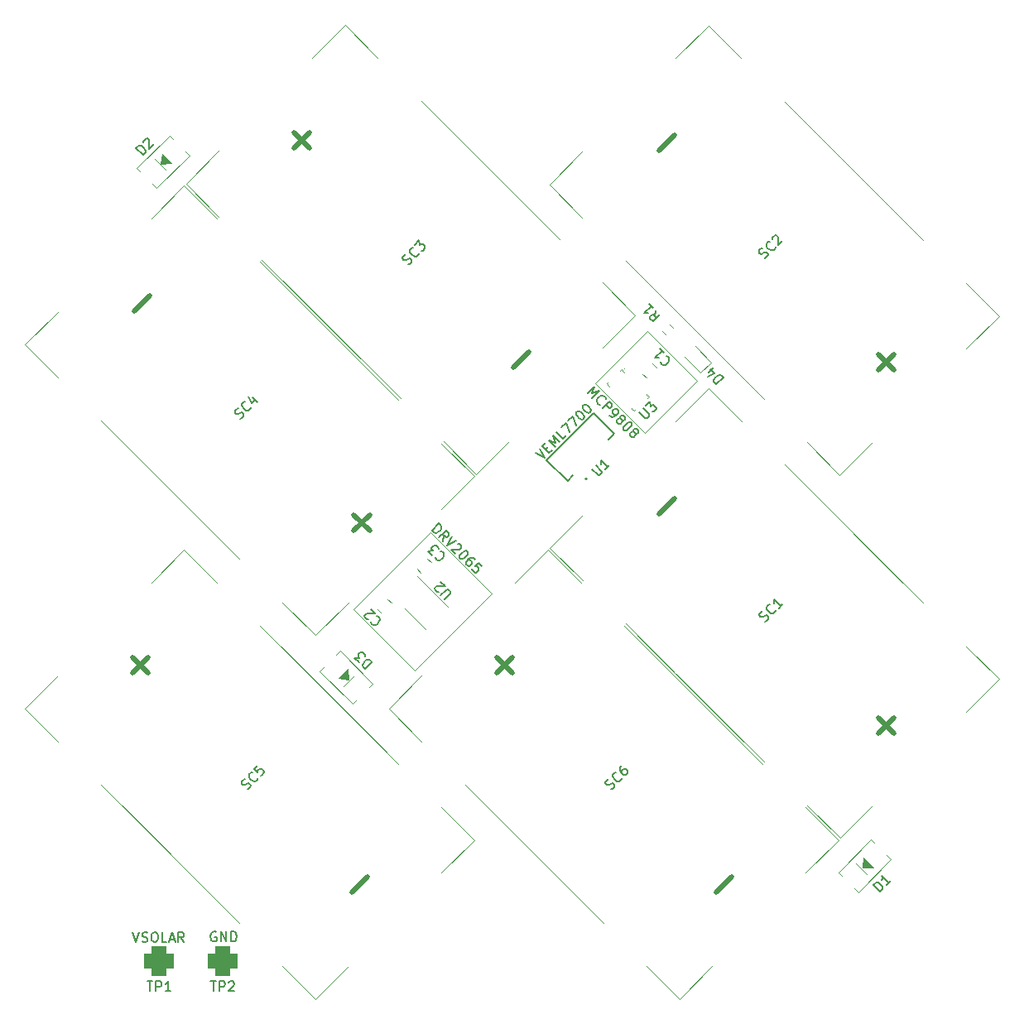
<source format=gbr>
%TF.GenerationSoftware,KiCad,Pcbnew,(6.0.9)*%
%TF.CreationDate,2023-03-28T01:31:43-07:00*%
%TF.ProjectId,solar-panel-side-Z,736f6c61-722d-4706-916e-656c2d736964,3.1*%
%TF.SameCoordinates,Original*%
%TF.FileFunction,Legend,Top*%
%TF.FilePolarity,Positive*%
%FSLAX46Y46*%
G04 Gerber Fmt 4.6, Leading zero omitted, Abs format (unit mm)*
G04 Created by KiCad (PCBNEW (6.0.9)) date 2023-03-28 01:31:43*
%MOMM*%
%LPD*%
G01*
G04 APERTURE LIST*
G04 Aperture macros list*
%AMRoundRect*
0 Rectangle with rounded corners*
0 $1 Rounding radius*
0 $2 $3 $4 $5 $6 $7 $8 $9 X,Y pos of 4 corners*
0 Add a 4 corners polygon primitive as box body*
4,1,4,$2,$3,$4,$5,$6,$7,$8,$9,$2,$3,0*
0 Add four circle primitives for the rounded corners*
1,1,$1+$1,$2,$3*
1,1,$1+$1,$4,$5*
1,1,$1+$1,$6,$7*
1,1,$1+$1,$8,$9*
0 Add four rect primitives between the rounded corners*
20,1,$1+$1,$2,$3,$4,$5,0*
20,1,$1+$1,$4,$5,$6,$7,0*
20,1,$1+$1,$6,$7,$8,$9,0*
20,1,$1+$1,$8,$9,$2,$3,0*%
%AMRotRect*
0 Rectangle, with rotation*
0 The origin of the aperture is its center*
0 $1 length*
0 $2 width*
0 $3 Rotation angle, in degrees counterclockwise*
0 Add horizontal line*
21,1,$1,$2,0,0,$3*%
G04 Aperture macros list end*
%ADD10C,0.120000*%
%ADD11C,0.150000*%
%ADD12C,0.500000*%
%ADD13C,0.100000*%
%ADD14C,0.127000*%
%ADD15C,0.200000*%
%ADD16C,5.250000*%
%ADD17RotRect,2.500000X1.700000X45.000000*%
%ADD18RoundRect,0.750000X0.750000X-0.750000X0.750000X0.750000X-0.750000X0.750000X-0.750000X-0.750000X0*%
%ADD19RoundRect,0.218750X0.335876X0.026517X0.026517X0.335876X-0.335876X-0.026517X-0.026517X-0.335876X0*%
%ADD20RoundRect,0.250000X0.512652X0.159099X0.159099X0.512652X-0.512652X-0.159099X-0.159099X-0.512652X0*%
%ADD21RotRect,0.300000X0.750000X225.000000*%
%ADD22RotRect,0.300000X0.750000X45.000000*%
%ADD23RotRect,1.450000X1.750000X225.000000*%
%ADD24RotRect,13.000000X3.000000X45.000000*%
%ADD25RoundRect,0.200000X-0.335876X-0.053033X-0.053033X-0.335876X0.335876X0.053033X0.053033X0.335876X0*%
%ADD26RoundRect,0.075000X-0.512652X0.406586X0.406586X-0.512652X0.512652X-0.406586X-0.406586X0.512652X0*%
%ADD27RotRect,2.500000X1.700000X135.000000*%
%ADD28RotRect,1.600000X0.700000X135.000000*%
%ADD29RotRect,13.000000X3.000000X225.000000*%
%ADD30C,1.800000*%
%ADD31RotRect,3.000000X3.000000X45.000000*%
%ADD32C,3.000000*%
G04 APERTURE END LIST*
D10*
X168422537Y-71580815D02*
X163126307Y-76877045D01*
X158028067Y-71778805D01*
X163324297Y-66482575D01*
X168422537Y-71580815D01*
X147417170Y-93332830D02*
X139540000Y-101210000D01*
X133271481Y-94941481D01*
X141148650Y-87064311D01*
X147417170Y-93332830D01*
D11*
X119248095Y-127950000D02*
X119152857Y-127902380D01*
X119010000Y-127902380D01*
X118867142Y-127950000D01*
X118771904Y-128045238D01*
X118724285Y-128140476D01*
X118676666Y-128330952D01*
X118676666Y-128473809D01*
X118724285Y-128664285D01*
X118771904Y-128759523D01*
X118867142Y-128854761D01*
X119010000Y-128902380D01*
X119105238Y-128902380D01*
X119248095Y-128854761D01*
X119295714Y-128807142D01*
X119295714Y-128473809D01*
X119105238Y-128473809D01*
X119724285Y-128902380D02*
X119724285Y-127902380D01*
X120295714Y-128902380D01*
X120295714Y-127902380D01*
X120771904Y-128902380D02*
X120771904Y-127902380D01*
X121010000Y-127902380D01*
X121152857Y-127950000D01*
X121248095Y-128045238D01*
X121295714Y-128140476D01*
X121343333Y-128330952D01*
X121343333Y-128473809D01*
X121295714Y-128664285D01*
X121248095Y-128759523D01*
X121152857Y-128854761D01*
X121010000Y-128902380D01*
X120771904Y-128902380D01*
X151890049Y-78965499D02*
X152832859Y-79436904D01*
X152361454Y-78494095D01*
X152933874Y-78595110D02*
X153169576Y-78359408D01*
X153640981Y-78628782D02*
X153304263Y-78965499D01*
X152597156Y-78258392D01*
X152933874Y-77921675D01*
X153944026Y-78325736D02*
X153236920Y-77618629D01*
X153977698Y-77888003D01*
X153708324Y-77147225D01*
X154415431Y-77854331D01*
X155088866Y-77180896D02*
X154752148Y-77517614D01*
X154045042Y-76810507D01*
X154550118Y-76305431D02*
X155021522Y-75834026D01*
X155425583Y-76844179D01*
X155223553Y-75631996D02*
X155694957Y-75160591D01*
X156099018Y-76170744D01*
X156099018Y-74756530D02*
X156166362Y-74689187D01*
X156267377Y-74655515D01*
X156334721Y-74655515D01*
X156435736Y-74689187D01*
X156604095Y-74790202D01*
X156772453Y-74958561D01*
X156873469Y-75126920D01*
X156907140Y-75227935D01*
X156907140Y-75295278D01*
X156873469Y-75396294D01*
X156806125Y-75463637D01*
X156705110Y-75497309D01*
X156637766Y-75497309D01*
X156536751Y-75463637D01*
X156368392Y-75362622D01*
X156200034Y-75194263D01*
X156099018Y-75025904D01*
X156065347Y-74924889D01*
X156065347Y-74857546D01*
X156099018Y-74756530D01*
X156772453Y-74083095D02*
X156839797Y-74015752D01*
X156940812Y-73982080D01*
X157008156Y-73982080D01*
X157109171Y-74015752D01*
X157277530Y-74116767D01*
X157445888Y-74285126D01*
X157546904Y-74453485D01*
X157580575Y-74554500D01*
X157580575Y-74621843D01*
X157546904Y-74722859D01*
X157479560Y-74790202D01*
X157378545Y-74823874D01*
X157311201Y-74823874D01*
X157210186Y-74790202D01*
X157041827Y-74689187D01*
X156873469Y-74520828D01*
X156772453Y-74352469D01*
X156738782Y-74251454D01*
X156738782Y-74184111D01*
X156772453Y-74083095D01*
X157230439Y-72830202D02*
X157937546Y-72123095D01*
X157668172Y-72863874D01*
X158408950Y-72594500D01*
X157701843Y-73301607D01*
X158509965Y-73975042D02*
X158442622Y-73975042D01*
X158307935Y-73907698D01*
X158240591Y-73840355D01*
X158173248Y-73705668D01*
X158173248Y-73570981D01*
X158206920Y-73469965D01*
X158307935Y-73301607D01*
X158408950Y-73200591D01*
X158577309Y-73099576D01*
X158678324Y-73065904D01*
X158813011Y-73065904D01*
X158947698Y-73133248D01*
X159015042Y-73200591D01*
X159082385Y-73335278D01*
X159082385Y-73402622D01*
X158745668Y-74345431D02*
X159452774Y-73638324D01*
X159722148Y-73907698D01*
X159755820Y-74008713D01*
X159755820Y-74076057D01*
X159722148Y-74177072D01*
X159621133Y-74278087D01*
X159520118Y-74311759D01*
X159452774Y-74311759D01*
X159351759Y-74278087D01*
X159082385Y-74008713D01*
X159486446Y-75086209D02*
X159621133Y-75220896D01*
X159722148Y-75254568D01*
X159789492Y-75254568D01*
X159957851Y-75220896D01*
X160126209Y-75119881D01*
X160395583Y-74850507D01*
X160429255Y-74749492D01*
X160429255Y-74682148D01*
X160395583Y-74581133D01*
X160260896Y-74446446D01*
X160159881Y-74412774D01*
X160092538Y-74412774D01*
X159991522Y-74446446D01*
X159823164Y-74614805D01*
X159789492Y-74715820D01*
X159789492Y-74783164D01*
X159823164Y-74884179D01*
X159957851Y-75018866D01*
X160058866Y-75052538D01*
X160126209Y-75052538D01*
X160227225Y-75018866D01*
X160631286Y-75422927D02*
X160597614Y-75321912D01*
X160597614Y-75254568D01*
X160631286Y-75153553D01*
X160664957Y-75119881D01*
X160765973Y-75086209D01*
X160833316Y-75086209D01*
X160934331Y-75119881D01*
X161069018Y-75254568D01*
X161102690Y-75355583D01*
X161102690Y-75422927D01*
X161069018Y-75523942D01*
X161035347Y-75557614D01*
X160934331Y-75591286D01*
X160866988Y-75591286D01*
X160765973Y-75557614D01*
X160631286Y-75422927D01*
X160530270Y-75389255D01*
X160462927Y-75389255D01*
X160361912Y-75422927D01*
X160227225Y-75557614D01*
X160193553Y-75658629D01*
X160193553Y-75725973D01*
X160227225Y-75826988D01*
X160361912Y-75961675D01*
X160462927Y-75995347D01*
X160530270Y-75995347D01*
X160631286Y-75961675D01*
X160765973Y-75826988D01*
X160799644Y-75725973D01*
X160799644Y-75658629D01*
X160765973Y-75557614D01*
X161641438Y-75826988D02*
X161708782Y-75894331D01*
X161742453Y-75995347D01*
X161742453Y-76062690D01*
X161708782Y-76163705D01*
X161607766Y-76332064D01*
X161439408Y-76500423D01*
X161271049Y-76601438D01*
X161170034Y-76635110D01*
X161102690Y-76635110D01*
X161001675Y-76601438D01*
X160934331Y-76534095D01*
X160900660Y-76433079D01*
X160900660Y-76365736D01*
X160934331Y-76264721D01*
X161035347Y-76096362D01*
X161203705Y-75928003D01*
X161372064Y-75826988D01*
X161473079Y-75793316D01*
X161540423Y-75793316D01*
X161641438Y-75826988D01*
X161978156Y-76769797D02*
X161944484Y-76668782D01*
X161944484Y-76601438D01*
X161978156Y-76500423D01*
X162011827Y-76466751D01*
X162112843Y-76433079D01*
X162180186Y-76433079D01*
X162281201Y-76466751D01*
X162415888Y-76601438D01*
X162449560Y-76702453D01*
X162449560Y-76769797D01*
X162415888Y-76870812D01*
X162382217Y-76904484D01*
X162281201Y-76938156D01*
X162213858Y-76938156D01*
X162112843Y-76904484D01*
X161978156Y-76769797D01*
X161877140Y-76736125D01*
X161809797Y-76736125D01*
X161708782Y-76769797D01*
X161574095Y-76904484D01*
X161540423Y-77005499D01*
X161540423Y-77072843D01*
X161574095Y-77173858D01*
X161708782Y-77308545D01*
X161809797Y-77342217D01*
X161877140Y-77342217D01*
X161978156Y-77308545D01*
X162112843Y-77173858D01*
X162146514Y-77072843D01*
X162146514Y-77005499D01*
X162112843Y-76904484D01*
X141341454Y-86861217D02*
X142048561Y-86154111D01*
X142216920Y-86322469D01*
X142284263Y-86457156D01*
X142284263Y-86591843D01*
X142250591Y-86692859D01*
X142149576Y-86861217D01*
X142048561Y-86962233D01*
X141880202Y-87063248D01*
X141779187Y-87096920D01*
X141644500Y-87096920D01*
X141509813Y-87029576D01*
X141341454Y-86861217D01*
X142452622Y-87972385D02*
X142553637Y-87399965D01*
X142048561Y-87568324D02*
X142755668Y-86861217D01*
X143025042Y-87130591D01*
X143058713Y-87231607D01*
X143058713Y-87298950D01*
X143025042Y-87399965D01*
X142924026Y-87500981D01*
X142823011Y-87534652D01*
X142755668Y-87534652D01*
X142654652Y-87500981D01*
X142385278Y-87231607D01*
X143361759Y-87467309D02*
X142890355Y-88410118D01*
X143833164Y-87938713D01*
X143967851Y-88208087D02*
X144035194Y-88208087D01*
X144136209Y-88241759D01*
X144304568Y-88410118D01*
X144338240Y-88511133D01*
X144338240Y-88578477D01*
X144304568Y-88679492D01*
X144237225Y-88746835D01*
X144102538Y-88814179D01*
X143294416Y-88814179D01*
X143732148Y-89251912D01*
X144876988Y-88982538D02*
X144944331Y-89049881D01*
X144978003Y-89150896D01*
X144978003Y-89218240D01*
X144944331Y-89319255D01*
X144843316Y-89487614D01*
X144674957Y-89655973D01*
X144506599Y-89756988D01*
X144405583Y-89790660D01*
X144338240Y-89790660D01*
X144237225Y-89756988D01*
X144169881Y-89689644D01*
X144136209Y-89588629D01*
X144136209Y-89521286D01*
X144169881Y-89420270D01*
X144270896Y-89251912D01*
X144439255Y-89083553D01*
X144607614Y-88982538D01*
X144708629Y-88948866D01*
X144775973Y-88948866D01*
X144876988Y-88982538D01*
X145718782Y-89824331D02*
X145584095Y-89689644D01*
X145483079Y-89655973D01*
X145415736Y-89655973D01*
X145247377Y-89689644D01*
X145079018Y-89790660D01*
X144809644Y-90060034D01*
X144775973Y-90161049D01*
X144775973Y-90228392D01*
X144809644Y-90329408D01*
X144944331Y-90464095D01*
X145045347Y-90497766D01*
X145112690Y-90497766D01*
X145213705Y-90464095D01*
X145382064Y-90295736D01*
X145415736Y-90194721D01*
X145415736Y-90127377D01*
X145382064Y-90026362D01*
X145247377Y-89891675D01*
X145146362Y-89858003D01*
X145079018Y-89858003D01*
X144978003Y-89891675D01*
X146425888Y-90531438D02*
X146089171Y-90194721D01*
X145718782Y-90497766D01*
X145786125Y-90497766D01*
X145887140Y-90531438D01*
X146055499Y-90699797D01*
X146089171Y-90800812D01*
X146089171Y-90868156D01*
X146055499Y-90969171D01*
X145887140Y-91137530D01*
X145786125Y-91171201D01*
X145718782Y-91171201D01*
X145617766Y-91137530D01*
X145449408Y-90969171D01*
X145415736Y-90868156D01*
X145415736Y-90800812D01*
X110723333Y-127952380D02*
X111056666Y-128952380D01*
X111390000Y-127952380D01*
X111675714Y-128904761D02*
X111818571Y-128952380D01*
X112056666Y-128952380D01*
X112151904Y-128904761D01*
X112199523Y-128857142D01*
X112247142Y-128761904D01*
X112247142Y-128666666D01*
X112199523Y-128571428D01*
X112151904Y-128523809D01*
X112056666Y-128476190D01*
X111866190Y-128428571D01*
X111770952Y-128380952D01*
X111723333Y-128333333D01*
X111675714Y-128238095D01*
X111675714Y-128142857D01*
X111723333Y-128047619D01*
X111770952Y-128000000D01*
X111866190Y-127952380D01*
X112104285Y-127952380D01*
X112247142Y-128000000D01*
X112866190Y-127952380D02*
X113056666Y-127952380D01*
X113151904Y-128000000D01*
X113247142Y-128095238D01*
X113294761Y-128285714D01*
X113294761Y-128619047D01*
X113247142Y-128809523D01*
X113151904Y-128904761D01*
X113056666Y-128952380D01*
X112866190Y-128952380D01*
X112770952Y-128904761D01*
X112675714Y-128809523D01*
X112628095Y-128619047D01*
X112628095Y-128285714D01*
X112675714Y-128095238D01*
X112770952Y-128000000D01*
X112866190Y-127952380D01*
X114199523Y-128952380D02*
X113723333Y-128952380D01*
X113723333Y-127952380D01*
X114485238Y-128666666D02*
X114961428Y-128666666D01*
X114390000Y-128952380D02*
X114723333Y-127952380D01*
X115056666Y-128952380D01*
X115961428Y-128952380D02*
X115628095Y-128476190D01*
X115390000Y-128952380D02*
X115390000Y-127952380D01*
X115770952Y-127952380D01*
X115866190Y-128000000D01*
X115913809Y-128047619D01*
X115961428Y-128142857D01*
X115961428Y-128285714D01*
X115913809Y-128380952D01*
X115866190Y-128428571D01*
X115770952Y-128476190D01*
X115390000Y-128476190D01*
%TO.C,J4*%
X110166666Y-84952380D02*
X110166666Y-85666666D01*
X110119047Y-85809523D01*
X110023809Y-85904761D01*
X109880952Y-85952380D01*
X109785714Y-85952380D01*
X111071428Y-85285714D02*
X111071428Y-85952380D01*
X110833333Y-84904761D02*
X110595238Y-85619047D01*
X111214285Y-85619047D01*
%TO.C,J5*%
X149036666Y-123482380D02*
X149036666Y-124196666D01*
X148989047Y-124339523D01*
X148893809Y-124434761D01*
X148750952Y-124482380D01*
X148655714Y-124482380D01*
X149989047Y-123482380D02*
X149512857Y-123482380D01*
X149465238Y-123958571D01*
X149512857Y-123910952D01*
X149608095Y-123863333D01*
X149846190Y-123863333D01*
X149941428Y-123910952D01*
X149989047Y-123958571D01*
X150036666Y-124053809D01*
X150036666Y-124291904D01*
X149989047Y-124387142D01*
X149941428Y-124434761D01*
X149846190Y-124482380D01*
X149608095Y-124482380D01*
X149512857Y-124434761D01*
X149465238Y-124387142D01*
%TO.C,J6*%
X149096666Y-45432380D02*
X149096666Y-46146666D01*
X149049047Y-46289523D01*
X148953809Y-46384761D01*
X148810952Y-46432380D01*
X148715714Y-46432380D01*
X150001428Y-45432380D02*
X149810952Y-45432380D01*
X149715714Y-45480000D01*
X149668095Y-45527619D01*
X149572857Y-45670476D01*
X149525238Y-45860952D01*
X149525238Y-46241904D01*
X149572857Y-46337142D01*
X149620476Y-46384761D01*
X149715714Y-46432380D01*
X149906190Y-46432380D01*
X150001428Y-46384761D01*
X150049047Y-46337142D01*
X150096666Y-46241904D01*
X150096666Y-46003809D01*
X150049047Y-45908571D01*
X150001428Y-45860952D01*
X149906190Y-45813333D01*
X149715714Y-45813333D01*
X149620476Y-45860952D01*
X149572857Y-45908571D01*
X149525238Y-46003809D01*
%TO.C,J7*%
X188166666Y-84952380D02*
X188166666Y-85666666D01*
X188119047Y-85809523D01*
X188023809Y-85904761D01*
X187880952Y-85952380D01*
X187785714Y-85952380D01*
X188547619Y-84952380D02*
X189214285Y-84952380D01*
X188785714Y-85952380D01*
%TO.C,D2*%
X111777969Y-48461793D02*
X111070862Y-47754687D01*
X111239221Y-47586328D01*
X111373908Y-47518984D01*
X111508595Y-47518984D01*
X111609610Y-47552656D01*
X111777969Y-47653671D01*
X111878984Y-47754687D01*
X111980000Y-47923045D01*
X112013671Y-48024061D01*
X112013671Y-48158748D01*
X111946328Y-48293435D01*
X111777969Y-48461793D01*
X111811641Y-47148595D02*
X111811641Y-47081251D01*
X111845312Y-46980236D01*
X112013671Y-46811877D01*
X112114687Y-46778206D01*
X112182030Y-46778206D01*
X112283045Y-46811877D01*
X112350389Y-46879221D01*
X112417732Y-47013908D01*
X112417732Y-47822030D01*
X112855465Y-47384297D01*
%TO.C,TP1*%
X112188095Y-132982380D02*
X112759523Y-132982380D01*
X112473809Y-133982380D02*
X112473809Y-132982380D01*
X113092857Y-133982380D02*
X113092857Y-132982380D01*
X113473809Y-132982380D01*
X113569047Y-133030000D01*
X113616666Y-133077619D01*
X113664285Y-133172857D01*
X113664285Y-133315714D01*
X113616666Y-133410952D01*
X113569047Y-133458571D01*
X113473809Y-133506190D01*
X113092857Y-133506190D01*
X114616666Y-133982380D02*
X114045238Y-133982380D01*
X114330952Y-133982380D02*
X114330952Y-132982380D01*
X114235714Y-133125238D01*
X114140476Y-133220476D01*
X114045238Y-133268095D01*
%TO.C,D4*%
X171101309Y-71216694D02*
X170394203Y-71923801D01*
X170225844Y-71755442D01*
X170158500Y-71620755D01*
X170158500Y-71486068D01*
X170192172Y-71385053D01*
X170293187Y-71216694D01*
X170394203Y-71115679D01*
X170562561Y-71014663D01*
X170663577Y-70980992D01*
X170798264Y-70980992D01*
X170932951Y-71048335D01*
X171101309Y-71216694D01*
X169619752Y-70677946D02*
X170091157Y-70206541D01*
X169518737Y-71115679D02*
X170192172Y-70778961D01*
X169754439Y-70341228D01*
%TO.C,C3*%
X142229699Y-89012070D02*
X142297042Y-89012070D01*
X142431729Y-89079414D01*
X142499073Y-89146758D01*
X142566416Y-89281445D01*
X142566416Y-89416132D01*
X142532745Y-89517147D01*
X142431729Y-89685506D01*
X142330714Y-89786521D01*
X142162355Y-89887536D01*
X142061340Y-89921208D01*
X141926653Y-89921208D01*
X141791966Y-89853864D01*
X141724622Y-89786521D01*
X141657279Y-89651834D01*
X141657279Y-89584490D01*
X141354233Y-89416132D02*
X140916500Y-88978399D01*
X141421577Y-88944727D01*
X141320561Y-88843712D01*
X141286890Y-88742696D01*
X141286890Y-88675353D01*
X141320561Y-88574338D01*
X141488920Y-88405979D01*
X141589935Y-88372307D01*
X141657279Y-88372307D01*
X141758294Y-88405979D01*
X141960325Y-88608009D01*
X141993997Y-88709025D01*
X141993997Y-88776368D01*
%TO.C,U3*%
X162531638Y-74764519D02*
X163104058Y-75336939D01*
X163205073Y-75370611D01*
X163272417Y-75370611D01*
X163373432Y-75336939D01*
X163508119Y-75202252D01*
X163541791Y-75101237D01*
X163541791Y-75033893D01*
X163508119Y-74932878D01*
X162935699Y-74360458D01*
X163205073Y-74091084D02*
X163642806Y-73653352D01*
X163676478Y-74158428D01*
X163777493Y-74057413D01*
X163878508Y-74023741D01*
X163945852Y-74023741D01*
X164046867Y-74057413D01*
X164215226Y-74225771D01*
X164248898Y-74326787D01*
X164248898Y-74394130D01*
X164215226Y-74495145D01*
X164013195Y-74697176D01*
X163912180Y-74730848D01*
X163844837Y-74730848D01*
%TO.C,SC5*%
X122427461Y-113332064D02*
X122562148Y-113264720D01*
X122730507Y-113096362D01*
X122764178Y-112995346D01*
X122764178Y-112928003D01*
X122730507Y-112826988D01*
X122663163Y-112759644D01*
X122562148Y-112725972D01*
X122494804Y-112725972D01*
X122393789Y-112759644D01*
X122225430Y-112860659D01*
X122124415Y-112894331D01*
X122057072Y-112894331D01*
X121956056Y-112860659D01*
X121888713Y-112793316D01*
X121855041Y-112692301D01*
X121855041Y-112624957D01*
X121888713Y-112523942D01*
X122057072Y-112355583D01*
X122191759Y-112288240D01*
X123504957Y-112187224D02*
X123504957Y-112254568D01*
X123437614Y-112389255D01*
X123370270Y-112456598D01*
X123235583Y-112523942D01*
X123100896Y-112523942D01*
X122999881Y-112490270D01*
X122831522Y-112389255D01*
X122730507Y-112288240D01*
X122629491Y-112119881D01*
X122595820Y-112018865D01*
X122595820Y-111884178D01*
X122663163Y-111749491D01*
X122730507Y-111682148D01*
X122865194Y-111614804D01*
X122932537Y-111614804D01*
X123504957Y-110907698D02*
X123168240Y-111244415D01*
X123471285Y-111614804D01*
X123471285Y-111547461D01*
X123504957Y-111446446D01*
X123673316Y-111278087D01*
X123774331Y-111244415D01*
X123841675Y-111244415D01*
X123942690Y-111278087D01*
X124111049Y-111446446D01*
X124144720Y-111547461D01*
X124144720Y-111614804D01*
X124111049Y-111715820D01*
X123942690Y-111884178D01*
X123841675Y-111917850D01*
X123774331Y-111917850D01*
D12*
X110709692Y-101445936D02*
X112325936Y-99829692D01*
X112325936Y-101445936D02*
X110709692Y-99829692D01*
X133160332Y-123896576D02*
X134776576Y-122280332D01*
D11*
%TO.C,TP2*%
X118678095Y-132982380D02*
X119249523Y-132982380D01*
X118963809Y-133982380D02*
X118963809Y-132982380D01*
X119582857Y-133982380D02*
X119582857Y-132982380D01*
X119963809Y-132982380D01*
X120059047Y-133030000D01*
X120106666Y-133077619D01*
X120154285Y-133172857D01*
X120154285Y-133315714D01*
X120106666Y-133410952D01*
X120059047Y-133458571D01*
X119963809Y-133506190D01*
X119582857Y-133506190D01*
X120535238Y-133077619D02*
X120582857Y-133030000D01*
X120678095Y-132982380D01*
X120916190Y-132982380D01*
X121011428Y-133030000D01*
X121059047Y-133077619D01*
X121106666Y-133172857D01*
X121106666Y-133268095D01*
X121059047Y-133410952D01*
X120487619Y-133982380D01*
X121106666Y-133982380D01*
%TO.C,SC3*%
X138889597Y-59654200D02*
X139024284Y-59586856D01*
X139192643Y-59418498D01*
X139226314Y-59317482D01*
X139226314Y-59250139D01*
X139192643Y-59149124D01*
X139125299Y-59081780D01*
X139024284Y-59048108D01*
X138956940Y-59048108D01*
X138855925Y-59081780D01*
X138687566Y-59182795D01*
X138586551Y-59216467D01*
X138519208Y-59216467D01*
X138418192Y-59182795D01*
X138350849Y-59115452D01*
X138317177Y-59014437D01*
X138317177Y-58947093D01*
X138350849Y-58846078D01*
X138519208Y-58677719D01*
X138653895Y-58610376D01*
X139967093Y-58509360D02*
X139967093Y-58576704D01*
X139899750Y-58711391D01*
X139832406Y-58778734D01*
X139697719Y-58846078D01*
X139563032Y-58846078D01*
X139462017Y-58812406D01*
X139293658Y-58711391D01*
X139192643Y-58610376D01*
X139091627Y-58442017D01*
X139057956Y-58341001D01*
X139057956Y-58206314D01*
X139125299Y-58071627D01*
X139192643Y-58004284D01*
X139327330Y-57936940D01*
X139394673Y-57936940D01*
X139563032Y-57633895D02*
X140000765Y-57196162D01*
X140034437Y-57701238D01*
X140135452Y-57600223D01*
X140236467Y-57566551D01*
X140303811Y-57566551D01*
X140404826Y-57600223D01*
X140573185Y-57768582D01*
X140606856Y-57869597D01*
X140606856Y-57936940D01*
X140573185Y-58037956D01*
X140371154Y-58239986D01*
X140270139Y-58273658D01*
X140202795Y-58273658D01*
D12*
X149622468Y-70218712D02*
X151238712Y-68602468D01*
X127171828Y-47768072D02*
X128788072Y-46151828D01*
X128788072Y-47768072D02*
X127171828Y-46151828D01*
D11*
%TO.C,R1*%
X164213077Y-64377960D02*
X164112062Y-64950380D01*
X164617138Y-64782021D02*
X163910032Y-65489128D01*
X163640657Y-65219754D01*
X163606986Y-65118739D01*
X163606986Y-65051395D01*
X163640657Y-64950380D01*
X163741673Y-64849365D01*
X163842688Y-64815693D01*
X163910032Y-64815693D01*
X164011047Y-64849365D01*
X164280421Y-65118739D01*
X163539642Y-63704525D02*
X163943703Y-64108586D01*
X163741673Y-63906555D02*
X163034566Y-64613662D01*
X163202925Y-64579990D01*
X163337612Y-64579990D01*
X163438627Y-64613662D01*
%TO.C,C2*%
X135639464Y-95644732D02*
X135706807Y-95644732D01*
X135841494Y-95712076D01*
X135908838Y-95779420D01*
X135976181Y-95914107D01*
X135976181Y-96048794D01*
X135942510Y-96149809D01*
X135841494Y-96318168D01*
X135740479Y-96419183D01*
X135572120Y-96520198D01*
X135471105Y-96553870D01*
X135336418Y-96553870D01*
X135201731Y-96486526D01*
X135134387Y-96419183D01*
X135067044Y-96284496D01*
X135067044Y-96217152D01*
X134797670Y-95947778D02*
X134730326Y-95947778D01*
X134629311Y-95914107D01*
X134460952Y-95745748D01*
X134427281Y-95644732D01*
X134427281Y-95577389D01*
X134460952Y-95476374D01*
X134528296Y-95409030D01*
X134662983Y-95341687D01*
X135471105Y-95341687D01*
X135033372Y-94903954D01*
%TO.C,U2*%
X142626016Y-93926463D02*
X143198436Y-93354043D01*
X143232108Y-93253028D01*
X143232108Y-93185684D01*
X143198436Y-93084669D01*
X143063749Y-92949982D01*
X142962734Y-92916310D01*
X142895390Y-92916310D01*
X142794375Y-92949982D01*
X142221955Y-93522402D01*
X141986253Y-93152012D02*
X141918910Y-93152012D01*
X141817894Y-93118341D01*
X141649536Y-92949982D01*
X141615864Y-92848967D01*
X141615864Y-92781623D01*
X141649536Y-92680608D01*
X141716879Y-92613264D01*
X141851566Y-92545921D01*
X142659688Y-92545921D01*
X142221955Y-92108188D01*
%TO.C,D3*%
X135202058Y-100310193D02*
X134494952Y-101017300D01*
X134326593Y-100848941D01*
X134259249Y-100714254D01*
X134259249Y-100579567D01*
X134292921Y-100478552D01*
X134393936Y-100310193D01*
X134494952Y-100209178D01*
X134663310Y-100108163D01*
X134764326Y-100074491D01*
X134899013Y-100074491D01*
X135033700Y-100141834D01*
X135202058Y-100310193D01*
X133855188Y-100377537D02*
X133417455Y-99939804D01*
X133922532Y-99906132D01*
X133821516Y-99805117D01*
X133787845Y-99704101D01*
X133787845Y-99636758D01*
X133821516Y-99535743D01*
X133989875Y-99367384D01*
X134090890Y-99333712D01*
X134158234Y-99333712D01*
X134259249Y-99367384D01*
X134461280Y-99569414D01*
X134494952Y-99670430D01*
X134494952Y-99737773D01*
%TO.C,C1*%
X165260928Y-69038428D02*
X165328271Y-69038428D01*
X165462958Y-69105772D01*
X165530302Y-69173116D01*
X165597645Y-69307803D01*
X165597645Y-69442490D01*
X165563974Y-69543505D01*
X165462958Y-69711864D01*
X165361943Y-69812879D01*
X165193584Y-69913894D01*
X165092569Y-69947566D01*
X164957882Y-69947566D01*
X164823195Y-69880222D01*
X164755851Y-69812879D01*
X164688508Y-69678192D01*
X164688508Y-69610848D01*
X164654836Y-68297650D02*
X165058897Y-68701711D01*
X164856867Y-68499680D02*
X164149760Y-69206787D01*
X164318119Y-69173116D01*
X164452806Y-69173115D01*
X164553821Y-69206787D01*
%TO.C,U1*%
X157664026Y-80581522D02*
X158236446Y-81153942D01*
X158337461Y-81187614D01*
X158404805Y-81187614D01*
X158505820Y-81153942D01*
X158640507Y-81019255D01*
X158674179Y-80918240D01*
X158674179Y-80850896D01*
X158640507Y-80749881D01*
X158068087Y-80177461D01*
X159482301Y-80177461D02*
X159078240Y-80581522D01*
X159280270Y-80379492D02*
X158573164Y-79672385D01*
X158606835Y-79840744D01*
X158606835Y-79975431D01*
X158573164Y-80076446D01*
%TO.C,SC4*%
X121722491Y-75417094D02*
X121857178Y-75349750D01*
X122025537Y-75181392D01*
X122059208Y-75080376D01*
X122059208Y-75013033D01*
X122025537Y-74912018D01*
X121958193Y-74844674D01*
X121857178Y-74811002D01*
X121789834Y-74811002D01*
X121688819Y-74844674D01*
X121520460Y-74945689D01*
X121419445Y-74979361D01*
X121352102Y-74979361D01*
X121251086Y-74945689D01*
X121183743Y-74878346D01*
X121150071Y-74777331D01*
X121150071Y-74709987D01*
X121183743Y-74608972D01*
X121352102Y-74440613D01*
X121486789Y-74373270D01*
X122799987Y-74272254D02*
X122799987Y-74339598D01*
X122732644Y-74474285D01*
X122665300Y-74541628D01*
X122530613Y-74608972D01*
X122395926Y-74608972D01*
X122294911Y-74575300D01*
X122126552Y-74474285D01*
X122025537Y-74373270D01*
X121924521Y-74204911D01*
X121890850Y-74103895D01*
X121890850Y-73969208D01*
X121958193Y-73834521D01*
X122025537Y-73767178D01*
X122160224Y-73699834D01*
X122227567Y-73699834D01*
X123002018Y-73262102D02*
X123473422Y-73733506D01*
X122564285Y-73161086D02*
X122901002Y-73834521D01*
X123338735Y-73396789D01*
D12*
X133339244Y-86865488D02*
X134955488Y-85249244D01*
X134955488Y-86865488D02*
X133339244Y-85249244D01*
X110888604Y-64414848D02*
X112504848Y-62798604D01*
D11*
%TO.C,SC6*%
X159645325Y-113339928D02*
X159780012Y-113272584D01*
X159948371Y-113104226D01*
X159982042Y-113003210D01*
X159982042Y-112935867D01*
X159948371Y-112834852D01*
X159881027Y-112767508D01*
X159780012Y-112733836D01*
X159712668Y-112733836D01*
X159611653Y-112767508D01*
X159443294Y-112868523D01*
X159342279Y-112902195D01*
X159274936Y-112902195D01*
X159173920Y-112868523D01*
X159106577Y-112801180D01*
X159072905Y-112700165D01*
X159072905Y-112632821D01*
X159106577Y-112531806D01*
X159274936Y-112363447D01*
X159409623Y-112296104D01*
X160722821Y-112195088D02*
X160722821Y-112262432D01*
X160655478Y-112397119D01*
X160588134Y-112464462D01*
X160453447Y-112531806D01*
X160318760Y-112531806D01*
X160217745Y-112498134D01*
X160049386Y-112397119D01*
X159948371Y-112296104D01*
X159847355Y-112127745D01*
X159813684Y-112026729D01*
X159813684Y-111892042D01*
X159881027Y-111757355D01*
X159948371Y-111690012D01*
X160083058Y-111622668D01*
X160150401Y-111622668D01*
X160689149Y-110949233D02*
X160554462Y-111083920D01*
X160520791Y-111184936D01*
X160520791Y-111252279D01*
X160554462Y-111420638D01*
X160655478Y-111588997D01*
X160924852Y-111858371D01*
X161025867Y-111892042D01*
X161093210Y-111892042D01*
X161194226Y-111858371D01*
X161328913Y-111723684D01*
X161362584Y-111622668D01*
X161362584Y-111555325D01*
X161328913Y-111454310D01*
X161160554Y-111285951D01*
X161059539Y-111252279D01*
X160992195Y-111252279D01*
X160891180Y-111285951D01*
X160756493Y-111420638D01*
X160722821Y-111521653D01*
X160722821Y-111588997D01*
X160756493Y-111690012D01*
D12*
X147927556Y-101453800D02*
X149543800Y-99837556D01*
X149543800Y-101453800D02*
X147927556Y-99837556D01*
X170378196Y-123904440D02*
X171994440Y-122288196D01*
D11*
%TO.C,SC2*%
X175360355Y-59024958D02*
X175495042Y-58957614D01*
X175663401Y-58789256D01*
X175697072Y-58688240D01*
X175697072Y-58620897D01*
X175663401Y-58519882D01*
X175596057Y-58452538D01*
X175495042Y-58418866D01*
X175427698Y-58418866D01*
X175326683Y-58452538D01*
X175158324Y-58553553D01*
X175057309Y-58587225D01*
X174989966Y-58587225D01*
X174888950Y-58553553D01*
X174821607Y-58486210D01*
X174787935Y-58385195D01*
X174787935Y-58317851D01*
X174821607Y-58216836D01*
X174989966Y-58048477D01*
X175124653Y-57981134D01*
X176437851Y-57880118D02*
X176437851Y-57947462D01*
X176370508Y-58082149D01*
X176303164Y-58149492D01*
X176168477Y-58216836D01*
X176033790Y-58216836D01*
X175932775Y-58183164D01*
X175764416Y-58082149D01*
X175663401Y-57981134D01*
X175562385Y-57812775D01*
X175528714Y-57711759D01*
X175528714Y-57577072D01*
X175596057Y-57442385D01*
X175663401Y-57375042D01*
X175798088Y-57307698D01*
X175865431Y-57307698D01*
X176134805Y-57038324D02*
X176134805Y-56970981D01*
X176168477Y-56869966D01*
X176336836Y-56701607D01*
X176437851Y-56667935D01*
X176505195Y-56667935D01*
X176606210Y-56701607D01*
X176673553Y-56768950D01*
X176740897Y-56903637D01*
X176740897Y-57711759D01*
X177178630Y-57274027D01*
D12*
X186977108Y-70473352D02*
X188593352Y-68857108D01*
X188593352Y-70473352D02*
X186977108Y-68857108D01*
X164526468Y-48022712D02*
X166142712Y-46406468D01*
D11*
%TO.C,D1*%
X187169806Y-123812058D02*
X186462699Y-123104952D01*
X186631058Y-122936593D01*
X186765745Y-122869249D01*
X186900432Y-122869249D01*
X187001447Y-122902921D01*
X187169806Y-123003936D01*
X187270821Y-123104952D01*
X187371837Y-123273310D01*
X187405508Y-123374326D01*
X187405508Y-123509013D01*
X187338165Y-123643700D01*
X187169806Y-123812058D01*
X188247302Y-122734562D02*
X187843241Y-123138623D01*
X188045272Y-122936593D02*
X187338165Y-122229486D01*
X187371837Y-122397845D01*
X187371837Y-122532532D01*
X187338165Y-122633547D01*
%TO.C,SC1*%
X175378219Y-96162822D02*
X175512906Y-96095478D01*
X175681265Y-95927120D01*
X175714936Y-95826104D01*
X175714936Y-95758761D01*
X175681265Y-95657746D01*
X175613921Y-95590402D01*
X175512906Y-95556730D01*
X175445562Y-95556730D01*
X175344547Y-95590402D01*
X175176188Y-95691417D01*
X175075173Y-95725089D01*
X175007830Y-95725089D01*
X174906814Y-95691417D01*
X174839471Y-95624074D01*
X174805799Y-95523059D01*
X174805799Y-95455715D01*
X174839471Y-95354700D01*
X175007830Y-95186341D01*
X175142517Y-95118998D01*
X176455715Y-95017982D02*
X176455715Y-95085326D01*
X176388372Y-95220013D01*
X176321028Y-95287356D01*
X176186341Y-95354700D01*
X176051654Y-95354700D01*
X175950639Y-95321028D01*
X175782280Y-95220013D01*
X175681265Y-95118998D01*
X175580249Y-94950639D01*
X175546578Y-94849623D01*
X175546578Y-94714936D01*
X175613921Y-94580249D01*
X175681265Y-94512906D01*
X175815952Y-94445562D01*
X175883295Y-94445562D01*
X177196494Y-94411891D02*
X176792433Y-94815952D01*
X176994463Y-94613921D02*
X176287356Y-93906814D01*
X176321028Y-94075173D01*
X176321028Y-94209860D01*
X176287356Y-94310875D01*
D12*
X164544332Y-85160576D02*
X166160576Y-83544332D01*
X186994972Y-107611216D02*
X188611216Y-105994972D01*
X188611216Y-107611216D02*
X186994972Y-105994972D01*
D10*
%TO.C,D2*%
X111131103Y-49818288D02*
X114489860Y-46459531D01*
X113181712Y-51868897D02*
X111131103Y-49818288D01*
X112955721Y-48894806D02*
X114051312Y-49990398D01*
X116540469Y-48510140D02*
X114489860Y-46459531D01*
X113181712Y-51868897D02*
X116540469Y-48510140D01*
G36*
X114697891Y-49307898D02*
G01*
X113602299Y-49361780D01*
X113745983Y-48355991D01*
X114697891Y-49307898D01*
G37*
D13*
X114697891Y-49307898D02*
X113602299Y-49361780D01*
X113745983Y-48355991D01*
X114697891Y-49307898D01*
D10*
%TO.C,D4*%
X168813483Y-70692930D02*
X169852930Y-69653483D01*
X167197744Y-69077191D02*
X168813483Y-70692930D01*
X169852930Y-69653483D02*
X168237191Y-68037744D01*
%TO.C,C3*%
X141234406Y-90141129D02*
X140864939Y-89771662D01*
X140194959Y-91180576D02*
X139825492Y-90811109D01*
%TO.C,U3*%
X160935736Y-70610812D02*
X160723604Y-70398680D01*
X161784264Y-74429188D02*
X161996396Y-74641320D01*
X161996396Y-74641320D02*
X161784264Y-74429188D01*
X161996396Y-74641320D02*
X162173173Y-74464544D01*
X163304544Y-72979619D02*
X163233833Y-72908909D01*
X160723604Y-70398680D02*
X160546827Y-70575456D01*
X163516676Y-73191751D02*
X163304544Y-72979619D01*
X159203324Y-71848249D02*
X159380101Y-71671472D01*
X160723604Y-70398680D02*
X160935736Y-70610812D01*
X161784264Y-74429188D02*
X161713553Y-74358478D01*
X163516676Y-73191751D02*
X163339899Y-73368528D01*
X159203324Y-71848249D02*
X159415456Y-72060381D01*
X163304544Y-72979619D02*
X163516676Y-73191751D01*
X159415456Y-72060381D02*
X159486167Y-72131091D01*
X159415456Y-72060381D02*
X159203324Y-71848249D01*
X160935736Y-70610812D02*
X161006447Y-70681522D01*
X161091802Y-70292614D02*
G75*
G03*
X161091802Y-70292614I-50000J0D01*
G01*
%TO.C,SC5*%
X114548272Y-119931728D02*
X107477204Y-112860660D01*
X107477204Y-112860660D02*
X121619340Y-127002796D01*
X103057787Y-101723728D02*
X99699030Y-105082486D01*
X129397514Y-134780970D02*
X126038757Y-131422213D01*
X99699030Y-105082486D02*
X103057787Y-101723728D01*
X112603728Y-92177787D02*
X115962486Y-88819030D01*
X130811728Y-103668272D02*
X123740660Y-96597204D01*
X99699030Y-105082486D02*
X103057787Y-108441243D01*
X145660970Y-118517514D02*
X142302213Y-115158757D01*
X129397514Y-134780970D02*
X132756272Y-131422213D01*
X136645359Y-109501903D02*
X130811728Y-103668272D01*
X130811728Y-103668272D02*
X137882796Y-110739340D01*
X123740660Y-96597204D02*
X136645359Y-109501903D01*
X142302213Y-121876272D02*
X145660970Y-118517514D01*
X115962486Y-88819030D02*
X119321243Y-92177787D01*
%TO.C,SC3*%
X116161166Y-51404622D02*
X119519923Y-48045864D01*
X147273864Y-49990408D02*
X140202796Y-42919340D01*
X131010408Y-66253864D02*
X123939340Y-59182796D01*
X116161166Y-51404622D02*
X119519923Y-54763379D01*
X158764349Y-68198408D02*
X162123106Y-64839650D01*
X129065864Y-38499923D02*
X132424622Y-35141166D01*
X119519923Y-48045864D02*
X116161166Y-51404622D01*
X153107495Y-55824039D02*
X147273864Y-49990408D01*
X123939340Y-59182796D02*
X138081476Y-73324932D01*
X145859650Y-81103106D02*
X142500893Y-77744349D01*
X147273864Y-49990408D02*
X154344932Y-57061476D01*
X132424622Y-35141166D02*
X135783379Y-38499923D01*
X145859650Y-81103106D02*
X149218408Y-77744349D01*
X140202796Y-42919340D02*
X153107495Y-55824039D01*
X162123106Y-64839650D02*
X158764349Y-61480893D01*
%TO.C,R1*%
X164882138Y-66517635D02*
X165217671Y-66853168D01*
X165621065Y-65778708D02*
X165956598Y-66114241D01*
%TO.C,C2*%
X137161471Y-94256491D02*
X136792004Y-93887024D01*
X136122024Y-95295938D02*
X135752557Y-94926471D01*
%TO.C,U2*%
X139603640Y-95871344D02*
X140664300Y-96932004D01*
X141880524Y-93594460D02*
X139812237Y-91526173D01*
X141880524Y-93594460D02*
X142941184Y-94655120D01*
X139603640Y-95871344D02*
X138542980Y-94810684D01*
%TO.C,D3*%
X132294806Y-102784279D02*
X133390398Y-101688688D01*
X135268897Y-102558288D02*
X131910140Y-99199531D01*
X135268897Y-102558288D02*
X133218288Y-104608897D01*
X133218288Y-104608897D02*
X129859531Y-101250140D01*
X131910140Y-99199531D02*
X129859531Y-101250140D01*
G36*
X132761780Y-102137701D02*
G01*
X131755991Y-101994017D01*
X132707898Y-101042109D01*
X132761780Y-102137701D01*
G37*
D13*
X132761780Y-102137701D02*
X131755991Y-101994017D01*
X132707898Y-101042109D01*
X132761780Y-102137701D01*
D10*
%TO.C,C1*%
X164272706Y-70188700D02*
X163903239Y-69819233D01*
X163233259Y-71228147D02*
X162863792Y-70858680D01*
D14*
%TO.C,U1*%
X155769860Y-81231460D02*
X155186497Y-81814823D01*
X155186497Y-81814823D02*
X153065177Y-79693503D01*
X157873503Y-74885177D02*
X159994823Y-77006497D01*
X153065177Y-79693503D02*
X157873503Y-74885177D01*
X159994823Y-77006497D02*
X159411460Y-77589860D01*
D15*
X157192150Y-81606227D02*
G75*
G03*
X157192150Y-81606227I-100000J0D01*
G01*
D10*
%TO.C,SC4*%
X115964622Y-51611166D02*
X112605864Y-54969923D01*
X114550408Y-82723864D02*
X121621476Y-89794932D01*
X103059923Y-64515864D02*
X99701166Y-67874622D01*
X137884932Y-73531476D02*
X123742796Y-59389340D01*
X145663106Y-81309650D02*
X142304349Y-77950893D01*
X99701166Y-67874622D02*
X103059923Y-71233379D01*
X142304349Y-84668408D02*
X145663106Y-81309650D01*
X129399650Y-97573106D02*
X126040893Y-94214349D01*
X114550408Y-82723864D02*
X107479340Y-75652796D01*
X121621476Y-89794932D02*
X108716777Y-76890233D01*
X130813864Y-66460408D02*
X137884932Y-73531476D01*
X115964622Y-51611166D02*
X119323379Y-54969923D01*
X132758408Y-94214349D02*
X129399650Y-97573106D01*
X145663106Y-81309650D02*
X142304349Y-84668408D01*
X108716777Y-76890233D02*
X114550408Y-82723864D01*
%TO.C,SC6*%
X173863223Y-109509767D02*
X168029592Y-103676136D01*
X160958524Y-96605068D02*
X173863223Y-109509767D01*
X166615378Y-134788834D02*
X169974136Y-131430077D01*
X153180350Y-88826894D02*
X156539107Y-92185651D01*
X166615378Y-134788834D02*
X163256621Y-131430077D01*
X168029592Y-103676136D02*
X175100660Y-110747204D01*
X144695068Y-112868524D02*
X158837204Y-127010660D01*
X151766136Y-119939592D02*
X144695068Y-112868524D01*
X149821592Y-92185651D02*
X153180350Y-88826894D01*
X168029592Y-103676136D02*
X160958524Y-96605068D01*
X140275651Y-101731592D02*
X136916894Y-105090350D01*
X136916894Y-105090350D02*
X140275651Y-108449107D01*
X136916894Y-105090350D02*
X140275651Y-101731592D01*
X179520077Y-121884136D02*
X182878834Y-118525378D01*
X182878834Y-118525378D02*
X179520077Y-115166621D01*
%TO.C,SC2*%
X168188272Y-66331728D02*
X161117204Y-59260660D01*
X199300970Y-64917514D02*
X195942213Y-68276272D01*
X162354641Y-60498097D02*
X168188272Y-66331728D01*
X153339030Y-51482486D02*
X156697787Y-54841243D01*
X175259340Y-73402796D02*
X162354641Y-60498097D01*
X183037514Y-81180970D02*
X179678757Y-77822213D01*
X169602486Y-35219030D02*
X166243728Y-38577787D01*
X186396272Y-77822213D02*
X183037514Y-81180970D01*
X184451728Y-50068272D02*
X191522796Y-57139340D01*
X195942213Y-68276272D02*
X199300970Y-64917514D01*
X168188272Y-66331728D02*
X175259340Y-73402796D01*
X169602486Y-35219030D02*
X172961243Y-38577787D01*
X191522796Y-57139340D02*
X177380660Y-42997204D01*
X199300970Y-64917514D02*
X195942213Y-61558757D01*
X156697787Y-48123728D02*
X153339030Y-51482486D01*
%TO.C,D1*%
X184695721Y-120904806D02*
X185791312Y-122000398D01*
X184921712Y-123878897D02*
X182871103Y-121828288D01*
X184921712Y-123878897D02*
X188280469Y-120520140D01*
X188280469Y-120520140D02*
X186229860Y-118469531D01*
X182871103Y-121828288D02*
X186229860Y-118469531D01*
G36*
X186437891Y-121317898D02*
G01*
X185342299Y-121371780D01*
X185485983Y-120365991D01*
X186437891Y-121317898D01*
G37*
D13*
X186437891Y-121317898D02*
X185342299Y-121371780D01*
X185485983Y-120365991D01*
X186437891Y-121317898D01*
D10*
%TO.C,SC1*%
X195960077Y-105414136D02*
X199318834Y-102055378D01*
X168206136Y-103469592D02*
X175277204Y-110540660D01*
X191540660Y-94277204D02*
X177398524Y-80135068D01*
X156715651Y-85261592D02*
X153356894Y-88620350D01*
X184469592Y-87206136D02*
X191540660Y-94277204D01*
X175277204Y-110540660D02*
X162372505Y-97635961D01*
X186414136Y-114960077D02*
X183055378Y-118318834D01*
X169620350Y-72356894D02*
X166261592Y-75715651D01*
X169620350Y-72356894D02*
X172979107Y-75715651D01*
X153356894Y-88620350D02*
X156715651Y-91979107D01*
X199318834Y-102055378D02*
X195960077Y-98696621D01*
X183055378Y-118318834D02*
X179696621Y-114960077D01*
X162372505Y-97635961D02*
X168206136Y-103469592D01*
X168206136Y-103469592D02*
X161135068Y-96398524D01*
X199318834Y-102055378D02*
X195960077Y-105414136D01*
%TD*%
%LPC*%
D16*
%TO.C,J4*%
X110500000Y-85000000D03*
%TD*%
%TO.C,J5*%
X149500000Y-124000000D03*
%TD*%
%TO.C,J6*%
X149500000Y-46000000D03*
%TD*%
%TO.C,J7*%
X188500000Y-85000000D03*
%TD*%
D17*
%TO.C,D2*%
X112421572Y-50578428D03*
X115250000Y-47750000D03*
%TD*%
D18*
%TO.C,TP1*%
X113410000Y-130950000D03*
%TD*%
D19*
%TO.C,D4*%
X168840000Y-69680000D03*
X167726306Y-68566306D03*
%TD*%
D20*
%TO.C,C3*%
X141201700Y-91147870D03*
X139858198Y-89804368D03*
%TD*%
D21*
%TO.C,U3*%
X160865025Y-70964365D03*
X160511472Y-71317918D03*
X160157918Y-71671472D03*
X159804365Y-72025025D03*
D22*
X161854975Y-74075635D03*
X162208528Y-73722082D03*
X162562082Y-73368528D03*
X162915635Y-73014975D03*
D23*
X161360000Y-72520000D03*
%TD*%
D24*
%TO.C,SC5*%
X108537864Y-97657864D03*
X136822136Y-125942136D03*
%TD*%
D18*
%TO.C,TP2*%
X119890000Y-130920000D03*
%TD*%
D24*
%TO.C,SC3*%
X125000000Y-43980000D03*
X153284272Y-72264272D03*
%TD*%
D25*
%TO.C,R1*%
X164836005Y-65732575D03*
X166002731Y-66899301D03*
%TD*%
D20*
%TO.C,C2*%
X137128765Y-95263232D03*
X135785263Y-93919730D03*
%TD*%
D26*
%TO.C,U2*%
X139893554Y-92470160D03*
X139540000Y-92823714D03*
X139186447Y-93177267D03*
X138832894Y-93530820D03*
X138479340Y-93884374D03*
X141590610Y-96995644D03*
X141944164Y-96642090D03*
X142297717Y-96288537D03*
X142651270Y-95934984D03*
X143004824Y-95581430D03*
%TD*%
D27*
%TO.C,D3*%
X133978428Y-103318428D03*
X131150000Y-100490000D03*
%TD*%
D20*
%TO.C,C1*%
X164240000Y-71195441D03*
X162896498Y-69851939D03*
%TD*%
D28*
%TO.C,U1*%
X155819358Y-80333435D03*
X156717383Y-79435409D03*
X157615409Y-78537383D03*
X158513435Y-77639358D03*
%TD*%
D29*
%TO.C,SC4*%
X136824272Y-88734272D03*
X108540000Y-60450000D03*
%TD*%
D24*
%TO.C,SC6*%
X145755728Y-97665728D03*
X174040000Y-125950000D03*
%TD*%
D29*
%TO.C,SC2*%
X190462136Y-72342136D03*
X162177864Y-44057864D03*
%TD*%
D17*
%TO.C,D1*%
X184161572Y-122588428D03*
X186990000Y-119760000D03*
%TD*%
D29*
%TO.C,SC1*%
X190480000Y-109480000D03*
X162195728Y-81195728D03*
%TD*%
D30*
%TO.C,J2*%
X153121371Y-86416497D03*
X150646497Y-88891371D03*
%TD*%
D31*
%TO.C,J3*%
X146020000Y-85360000D03*
D32*
X149612102Y-81767898D03*
%TD*%
M02*

</source>
